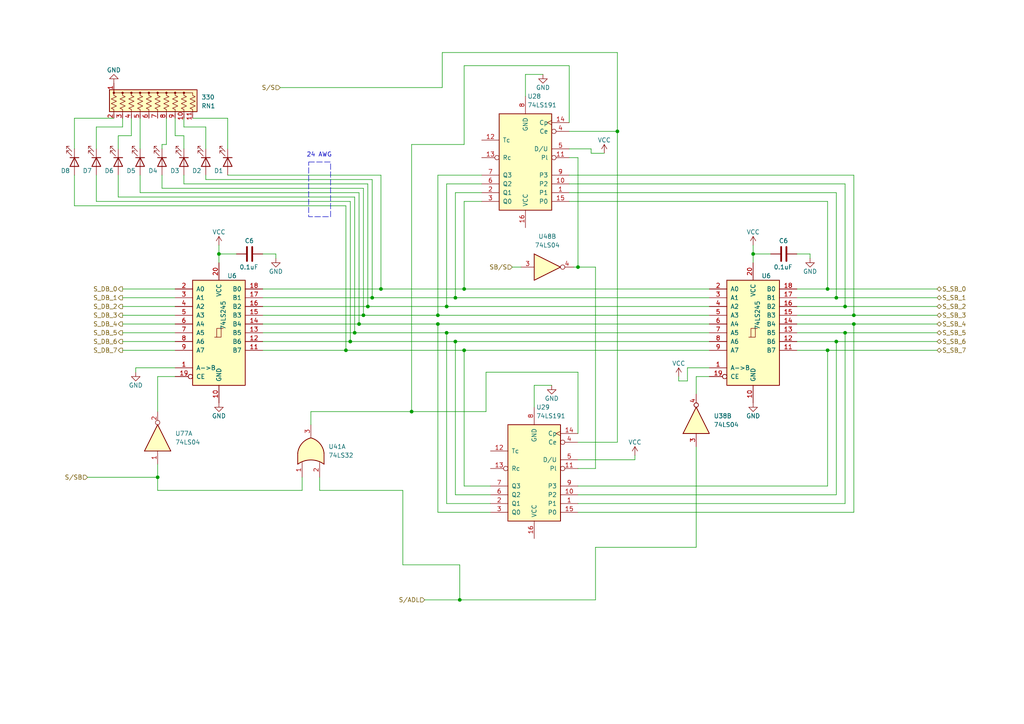
<source format=kicad_sch>
(kicad_sch (version 20230121) (generator eeschema)
  (paper "A4")
  (lib_symbols
    (symbol "74xx:74LS04"
      (property "Reference" "U" (at 0 1.27 0))
      (property "Value" "74LS04" (at 0 -1.27 0))
      (symbol "74LS04_1_0"
        (polyline (pts (xy -3.81 3.81) (xy -3.81 -3.81) (xy 3.81 0) (xy -3.81 3.81)) (stroke (width 0.254)) (fill (type background)))
        (pin input line (at -7.62 0 0) (length 3.81) (name "~") (number "1"))
        (pin output inverted (at 7.62 0 180) (length 3.81) (name "~") (number "2"))
      )
      (symbol "74LS04_2_0"
        (polyline (pts (xy -3.81 3.81) (xy -3.81 -3.81) (xy 3.81 0) (xy -3.81 3.81)) (stroke (width 0.254)) (fill (type background)))
        (pin input line (at -7.62 0 0) (length 3.81) (name "~") (number "3"))
        (pin output inverted (at 7.62 0 180) (length 3.81) (name "~") (number "4"))
      )
      (symbol "74LS04_3_0"
        (polyline (pts (xy -3.81 3.81) (xy -3.81 -3.81) (xy 3.81 0) (xy -3.81 3.81)) (stroke (width 0.254)) (fill (type background)))
        (pin input line (at -7.62 0 0) (length 3.81) (name "~") (number "5"))
        (pin output inverted (at 7.62 0 180) (length 3.81) (name "~") (number "6"))
      )
      (symbol "74LS04_4_0"
        (polyline (pts (xy -3.81 3.81) (xy -3.81 -3.81) (xy 3.81 0) (xy -3.81 3.81)) (stroke (width 0.254)) (fill (type background)))
        (pin output inverted (at 7.62 0 180) (length 3.81) (name "~") (number "8"))
        (pin input line (at -7.62 0 0) (length 3.81) (name "~") (number "9"))
      )
      (symbol "74LS04_5_0"
        (polyline (pts (xy -3.81 3.81) (xy -3.81 -3.81) (xy 3.81 0) (xy -3.81 3.81)) (stroke (width 0.254)) (fill (type background)))
        (pin output inverted (at 7.62 0 180) (length 3.81) (name "~") (number "10"))
        (pin input line (at -7.62 0 0) (length 3.81) (name "~") (number "11"))
      )
      (symbol "74LS04_6_0"
        (polyline (pts (xy -3.81 3.81) (xy -3.81 -3.81) (xy 3.81 0) (xy -3.81 3.81)) (stroke (width 0.254)) (fill (type background)))
        (pin output inverted (at 7.62 0 180) (length 3.81) (name "~") (number "12"))
        (pin input line (at -7.62 0 0) (length 3.81) (name "~") (number "13"))
      )
      (symbol "74LS04_7_0"
        (pin power_in line (at 0 12.7 270) (length 5.08) (name "VCC") (number "14"))
        (pin power_in line (at 0 -12.7 90) (length 5.08) (name "GND") (number "7"))
      )
      (symbol "74LS04_7_1"
        (rectangle (start -5.08 7.62) (end 5.08 -7.62) (stroke (width 0.254)) (fill (type background)))
      )
    )
    (symbol "74xx:74LS191" (pin_names (offset 1.016))
      (property "Reference" "U" (at -7.62 13.97 0))
      (property "Value" "74LS191" (at -7.62 -16.51 0))
      (symbol "74LS191_1_0"
        (pin input line (at -12.7 7.62 0) (length 5.08) (name "P1") (number "1"))
        (pin input line (at -12.7 5.08 0) (length 5.08) (name "P2") (number "10"))
        (pin input inverted (at -12.7 -2.54 0) (length 5.08) (name "Pl") (number "11"))
        (pin output line (at 12.7 -7.62 180) (length 5.08) (name "Tc") (number "12"))
        (pin output inverted (at 12.7 -2.54 180) (length 5.08) (name "Rc") (number "13"))
        (pin input clock (at -12.7 -12.7 0) (length 5.08) (name "Cp") (number "14"))
        (pin input line (at -12.7 10.16 0) (length 5.08) (name "P0") (number "15"))
        (pin power_in line (at 0 17.78 270) (length 5.08) (name "VCC") (number "16"))
        (pin output line (at 12.7 7.62 180) (length 5.08) (name "Q1") (number "2"))
        (pin output line (at 12.7 10.16 180) (length 5.08) (name "Q0") (number "3"))
        (pin input inverted (at -12.7 -10.16 0) (length 5.08) (name "Ce") (number "4"))
        (pin input line (at -12.7 -5.08 0) (length 5.08) (name "D/U") (number "5"))
        (pin output line (at 12.7 5.08 180) (length 5.08) (name "Q2") (number "6"))
        (pin output line (at 12.7 2.54 180) (length 5.08) (name "Q3") (number "7"))
        (pin power_in line (at 0 -20.32 90) (length 5.08) (name "GND") (number "8"))
        (pin input line (at -12.7 2.54 0) (length 5.08) (name "P3") (number "9"))
      )
      (symbol "74LS191_1_1"
        (rectangle (start -7.62 12.7) (end 7.62 -15.24) (stroke (width 0.254)) (fill (type background)))
      )
    )
    (symbol "74xx:74LS245" (pin_names (offset 1.016))
      (property "Reference" "U" (at -7.62 16.51 0))
      (property "Value" "74LS245" (at -7.62 -16.51 0))
      (symbol "74LS245_1_0"
        (polyline (pts (xy -0.635 -1.27) (xy -0.635 1.27) (xy 0.635 1.27)))
        (polyline (pts (xy -1.27 -1.27) (xy 0.635 -1.27) (xy 0.635 1.27) (xy 1.27 1.27)))
        (pin input line (at -12.7 -10.16 0) (length 5.08) (name "A->B") (number "1"))
        (pin power_in line (at 0 -20.32 90) (length 5.08) (name "GND") (number "10"))
        (pin tri_state line (at 12.7 -5.08 180) (length 5.08) (name "B7") (number "11"))
        (pin tri_state line (at 12.7 -2.54 180) (length 5.08) (name "B6") (number "12"))
        (pin tri_state line (at 12.7 0 180) (length 5.08) (name "B5") (number "13"))
        (pin tri_state line (at 12.7 2.54 180) (length 5.08) (name "B4") (number "14"))
        (pin tri_state line (at 12.7 5.08 180) (length 5.08) (name "B3") (number "15"))
        (pin tri_state line (at 12.7 7.62 180) (length 5.08) (name "B2") (number "16"))
        (pin tri_state line (at 12.7 10.16 180) (length 5.08) (name "B1") (number "17"))
        (pin tri_state line (at 12.7 12.7 180) (length 5.08) (name "B0") (number "18"))
        (pin input inverted (at -12.7 -12.7 0) (length 5.08) (name "CE") (number "19"))
        (pin tri_state line (at -12.7 12.7 0) (length 5.08) (name "A0") (number "2"))
        (pin power_in line (at 0 20.32 270) (length 5.08) (name "VCC") (number "20"))
        (pin tri_state line (at -12.7 10.16 0) (length 5.08) (name "A1") (number "3"))
        (pin tri_state line (at -12.7 7.62 0) (length 5.08) (name "A2") (number "4"))
        (pin tri_state line (at -12.7 5.08 0) (length 5.08) (name "A3") (number "5"))
        (pin tri_state line (at -12.7 2.54 0) (length 5.08) (name "A4") (number "6"))
        (pin tri_state line (at -12.7 0 0) (length 5.08) (name "A5") (number "7"))
        (pin tri_state line (at -12.7 -2.54 0) (length 5.08) (name "A6") (number "8"))
        (pin tri_state line (at -12.7 -5.08 0) (length 5.08) (name "A7") (number "9"))
      )
      (symbol "74LS245_1_1"
        (rectangle (start -7.62 15.24) (end 7.62 -15.24) (stroke (width 0.254)) (fill (type background)))
      )
    )
    (symbol "74xx:74LS32" (pin_names (offset 1.016))
      (property "Reference" "U" (at 0 1.27 0))
      (property "Value" "74LS32" (at 0 -1.27 0))
      (symbol "74LS32_1_1"
        (arc (start -3.81 -3.81) (mid -2.589 0) (end -3.81 3.81) (stroke (width 0.254)))
        (arc (start -0.6096 -3.81) (mid 2.1842 -2.5851) (end 3.81 0) (stroke (width 0.254)) (fill (type background)))
        (polyline (pts (xy -3.81 -3.81) (xy -0.635 -3.81)) (stroke (width 0.254)) (fill (type background)))
        (polyline (pts (xy -3.81 3.81) (xy -0.635 3.81)) (stroke (width 0.254)) (fill (type background)))
        (polyline (pts (xy -0.635 3.81) (xy -3.81 3.81) (xy -3.81 3.81) (xy -3.556 3.4036) (xy -3.0226 2.2606) (xy -2.6924 1.0414) (xy -2.6162 -0.254) (xy -2.7686 -1.4986) (xy -3.175 -2.7178) (xy -3.81 -3.81) (xy -3.81 -3.81) (xy -0.635 -3.81)) (stroke (width -25.4)) (fill (type background)))
        (arc (start 3.81 0) (mid 2.1915 2.5936) (end -0.6096 3.81) (stroke (width 0.254)) (fill (type background)))
        (pin input line (at -7.62 2.54 0) (length 4.318) (name "~") (number "1"))
        (pin input line (at -7.62 -2.54 0) (length 4.318) (name "~") (number "2"))
        (pin output line (at 7.62 0 180) (length 3.81) (name "~") (number "3"))
      )
      (symbol "74LS32_1_2"
        (arc (start 0 -3.81) (mid 3.7934 0) (end 0 3.81) (stroke (width 0.254)) (fill (type background)))
        (polyline (pts (xy 0 3.81) (xy -3.81 3.81) (xy -3.81 -3.81) (xy 0 -3.81)) (stroke (width 0.254)) (fill (type background)))
        (pin input inverted (at -7.62 2.54 0) (length 3.81) (name "~") (number "1"))
        (pin input inverted (at -7.62 -2.54 0) (length 3.81) (name "~") (number "2"))
        (pin output inverted (at 7.62 0 180) (length 3.81) (name "~") (number "3"))
      )
      (symbol "74LS32_2_1"
        (arc (start -3.81 -3.81) (mid -2.589 0) (end -3.81 3.81) (stroke (width 0.254)))
        (arc (start -0.6096 -3.81) (mid 2.1842 -2.5851) (end 3.81 0) (stroke (width 0.254)) (fill (type background)))
        (polyline (pts (xy -3.81 -3.81) (xy -0.635 -3.81)) (stroke (width 0.254)) (fill (type background)))
        (polyline (pts (xy -3.81 3.81) (xy -0.635 3.81)) (stroke (width 0.254)) (fill (type background)))
        (polyline (pts (xy -0.635 3.81) (xy -3.81 3.81) (xy -3.81 3.81) (xy -3.556 3.4036) (xy -3.0226 2.2606) (xy -2.6924 1.0414) (xy -2.6162 -0.254) (xy -2.7686 -1.4986) (xy -3.175 -2.7178) (xy -3.81 -3.81) (xy -3.81 -3.81) (xy -0.635 -3.81)) (stroke (width -25.4)) (fill (type background)))
        (arc (start 3.81 0) (mid 2.1915 2.5936) (end -0.6096 3.81) (stroke (width 0.254)) (fill (type background)))
        (pin input line (at -7.62 2.54 0) (length 4.318) (name "~") (number "4"))
        (pin input line (at -7.62 -2.54 0) (length 4.318) (name "~") (number "5"))
        (pin output line (at 7.62 0 180) (length 3.81) (name "~") (number "6"))
      )
      (symbol "74LS32_2_2"
        (arc (start 0 -3.81) (mid 3.7934 0) (end 0 3.81) (stroke (width 0.254)) (fill (type background)))
        (polyline (pts (xy 0 3.81) (xy -3.81 3.81) (xy -3.81 -3.81) (xy 0 -3.81)) (stroke (width 0.254)) (fill (type background)))
        (pin input inverted (at -7.62 2.54 0) (length 3.81) (name "~") (number "4"))
        (pin input inverted (at -7.62 -2.54 0) (length 3.81) (name "~") (number "5"))
        (pin output inverted (at 7.62 0 180) (length 3.81) (name "~") (number "6"))
      )
      (symbol "74LS32_3_1"
        (arc (start -3.81 -3.81) (mid -2.589 0) (end -3.81 3.81) (stroke (width 0.254)))
        (arc (start -0.6096 -3.81) (mid 2.1842 -2.5851) (end 3.81 0) (stroke (width 0.254)) (fill (type background)))
        (polyline (pts (xy -3.81 -3.81) (xy -0.635 -3.81)) (stroke (width 0.254)) (fill (type background)))
        (polyline (pts (xy -3.81 3.81) (xy -0.635 3.81)) (stroke (width 0.254)) (fill (type background)))
        (polyline (pts (xy -0.635 3.81) (xy -3.81 3.81) (xy -3.81 3.81) (xy -3.556 3.4036) (xy -3.0226 2.2606) (xy -2.6924 1.0414) (xy -2.6162 -0.254) (xy -2.7686 -1.4986) (xy -3.175 -2.7178) (xy -3.81 -3.81) (xy -3.81 -3.81) (xy -0.635 -3.81)) (stroke (width -25.4)) (fill (type background)))
        (arc (start 3.81 0) (mid 2.1915 2.5936) (end -0.6096 3.81) (stroke (width 0.254)) (fill (type background)))
        (pin input line (at -7.62 -2.54 0) (length 4.318) (name "~") (number "10"))
        (pin output line (at 7.62 0 180) (length 3.81) (name "~") (number "8"))
        (pin input line (at -7.62 2.54 0) (length 4.318) (name "~") (number "9"))
      )
      (symbol "74LS32_3_2"
        (arc (start 0 -3.81) (mid 3.7934 0) (end 0 3.81) (stroke (width 0.254)) (fill (type background)))
        (polyline (pts (xy 0 3.81) (xy -3.81 3.81) (xy -3.81 -3.81) (xy 0 -3.81)) (stroke (width 0.254)) (fill (type background)))
        (pin input inverted (at -7.62 -2.54 0) (length 3.81) (name "~") (number "10"))
        (pin output inverted (at 7.62 0 180) (length 3.81) (name "~") (number "8"))
        (pin input inverted (at -7.62 2.54 0) (length 3.81) (name "~") (number "9"))
      )
      (symbol "74LS32_4_1"
        (arc (start -3.81 -3.81) (mid -2.589 0) (end -3.81 3.81) (stroke (width 0.254)))
        (arc (start -0.6096 -3.81) (mid 2.1842 -2.5851) (end 3.81 0) (stroke (width 0.254)) (fill (type background)))
        (polyline (pts (xy -3.81 -3.81) (xy -0.635 -3.81)) (stroke (width 0.254)) (fill (type background)))
        (polyline (pts (xy -3.81 3.81) (xy -0.635 3.81)) (stroke (width 0.254)) (fill (type background)))
        (polyline (pts (xy -0.635 3.81) (xy -3.81 3.81) (xy -3.81 3.81) (xy -3.556 3.4036) (xy -3.0226 2.2606) (xy -2.6924 1.0414) (xy -2.6162 -0.254) (xy -2.7686 -1.4986) (xy -3.175 -2.7178) (xy -3.81 -3.81) (xy -3.81 -3.81) (xy -0.635 -3.81)) (stroke (width -25.4)) (fill (type background)))
        (arc (start 3.81 0) (mid 2.1915 2.5936) (end -0.6096 3.81) (stroke (width 0.254)) (fill (type background)))
        (pin output line (at 7.62 0 180) (length 3.81) (name "~") (number "11"))
        (pin input line (at -7.62 2.54 0) (length 4.318) (name "~") (number "12"))
        (pin input line (at -7.62 -2.54 0) (length 4.318) (name "~") (number "13"))
      )
      (symbol "74LS32_4_2"
        (arc (start 0 -3.81) (mid 3.7934 0) (end 0 3.81) (stroke (width 0.254)) (fill (type background)))
        (polyline (pts (xy 0 3.81) (xy -3.81 3.81) (xy -3.81 -3.81) (xy 0 -3.81)) (stroke (width 0.254)) (fill (type background)))
        (pin output inverted (at 7.62 0 180) (length 3.81) (name "~") (number "11"))
        (pin input inverted (at -7.62 2.54 0) (length 3.81) (name "~") (number "12"))
        (pin input inverted (at -7.62 -2.54 0) (length 3.81) (name "~") (number "13"))
      )
      (symbol "74LS32_5_0"
        (pin power_in line (at 0 12.7 270) (length 5.08) (name "VCC") (number "14"))
        (pin power_in line (at 0 -12.7 90) (length 5.08) (name "GND") (number "7"))
      )
      (symbol "74LS32_5_1"
        (rectangle (start -5.08 7.62) (end 5.08 -7.62) (stroke (width 0.254)) (fill (type background)))
      )
    )
    (symbol "Device:C" (pin_numbers hide) (pin_names (offset 0.254))
      (property "Reference" "C" (at 0.635 2.54 0))
      (property "Value" "C" (at 0.635 -2.54 0))
      (symbol "C_0_1"
        (polyline (pts (xy -2.032 -0.762) (xy 2.032 -0.762)) (stroke (width 0.508)))
        (polyline (pts (xy -2.032 0.762) (xy 2.032 0.762)) (stroke (width 0.508)))
      )
      (symbol "C_1_1"
        (pin passive line (at 0 3.81 270) (length 2.794) (name "~") (number "1"))
        (pin passive line (at 0 -3.81 90) (length 2.794) (name "~") (number "2"))
      )
    )
    (symbol "Device:LED" (pin_numbers hide) (pin_names (offset 1.016) hide)
      (property "Reference" "D" (at 0 2.54 0))
      (property "Value" "LED" (at 0 -2.54 0))
      (symbol "LED_0_1"
        (polyline (pts (xy -1.27 -1.27) (xy -1.27 1.27)) (stroke (width 0.254)))
        (polyline (pts (xy -1.27 0) (xy 1.27 0)))
        (polyline (pts (xy 1.27 -1.27) (xy 1.27 1.27) (xy -1.27 0) (xy 1.27 -1.27)) (stroke (width 0.254)))
        (polyline (pts (xy -3.048 -0.762) (xy -4.572 -2.286) (xy -3.81 -2.286) (xy -4.572 -2.286) (xy -4.572 -1.524)))
        (polyline (pts (xy -1.778 -0.762) (xy -3.302 -2.286) (xy -2.54 -2.286) (xy -3.302 -2.286) (xy -3.302 -1.524)))
      )
      (symbol "LED_1_1"
        (pin passive line (at -3.81 0 0) (length 2.54) (name "K") (number "1"))
        (pin passive line (at 3.81 0 180) (length 2.54) (name "A") (number "2"))
      )
    )
    (symbol "Device:R_Network10_US" (pin_names (offset 0) hide)
      (property "Reference" "RN" (at -15.24 0 90))
      (property "Value" "R_Network10_US" (at 12.7 0 90))
      (symbol "R_Network10_US_0_1"
        (rectangle (start -13.97 -3.175) (end 11.43 3.175) (stroke (width 0.254)) (fill (type background)))
        (circle (center -12.7 2.286) (radius 0.254) (fill (type outline)))
        (circle (center -10.16 2.286) (radius 0.254) (fill (type outline)))
        (circle (center -7.62 2.286) (radius 0.254) (fill (type outline)))
        (circle (center -5.08 2.286) (radius 0.254) (fill (type outline)))
        (circle (center -2.54 2.286) (radius 0.254) (fill (type outline)))
        (polyline (pts (xy -12.7 2.286) (xy 10.16 2.286)))
        (polyline (pts (xy -12.7 2.286) (xy -12.7 1.524) (xy -11.938 1.1684) (xy -13.462 0.508) (xy -11.938 -0.1524) (xy -13.462 -0.8382) (xy -11.938 -1.524) (xy -13.462 -2.1844) (xy -12.7 -2.54) (xy -12.7 -3.81)))
        (polyline (pts (xy -10.16 2.286) (xy -10.16 1.524) (xy -9.398 1.1684) (xy -10.922 0.508) (xy -9.398 -0.1524) (xy -10.922 -0.8382) (xy -9.398 -1.524) (xy -10.922 -2.1844) (xy -10.16 -2.54) (xy -10.16 -3.81)))
        (polyline (pts (xy -7.62 2.286) (xy -7.62 1.524) (xy -6.858 1.1684) (xy -8.382 0.508) (xy -6.858 -0.1524) (xy -8.382 -0.8382) (xy -6.858 -1.524) (xy -8.382 -2.1844) (xy -7.62 -2.54) (xy -7.62 -3.81)))
        (polyline (pts (xy -5.08 2.286) (xy -5.08 1.524) (xy -4.318 1.1684) (xy -5.842 0.508) (xy -4.318 -0.1524) (xy -5.842 -0.8382) (xy -4.318 -1.524) (xy -5.842 -2.1844) (xy -5.08 -2.54) (xy -5.08 -3.81)))
        (polyline (pts (xy -2.54 2.286) (xy -2.54 1.524) (xy -1.778 1.1684) (xy -3.302 0.508) (xy -1.778 -0.1524) (xy -3.302 -0.8382) (xy -1.778 -1.524) (xy -3.302 -2.1844) (xy -2.54 -2.54) (xy -2.54 -3.81)))
        (polyline (pts (xy 0 2.286) (xy 0 1.524) (xy 0.762 1.1684) (xy -0.762 0.508) (xy 0.762 -0.1524) (xy -0.762 -0.8382) (xy 0.762 -1.524) (xy -0.762 -2.1844) (xy 0 -2.54) (xy 0 -3.81)))
        (polyline (pts (xy 2.54 2.286) (xy 2.54 1.524) (xy 3.302 1.1684) (xy 1.778 0.508) (xy 3.302 -0.1524) (xy 1.778 -0.8382) (xy 3.302 -1.524) (xy 1.778 -2.1844) (xy 2.54 -2.54) (xy 2.54 -3.81)))
        (polyline (pts (xy 5.08 2.286) (xy 5.08 1.524) (xy 5.842 1.1684) (xy 4.318 0.508) (xy 5.842 -0.1524) (xy 4.318 -0.8382) (xy 5.842 -1.524) (xy 4.318 -2.1844) (xy 5.08 -2.54) (xy 5.08 -3.81)))
        (polyline (pts (xy 7.62 2.286) (xy 7.62 1.524) (xy 8.382 1.1684) (xy 6.858 0.508) (xy 8.382 -0.1524) (xy 6.858 -0.8382) (xy 8.382 -1.524) (xy 6.858 -2.1844) (xy 7.62 -2.54) (xy 7.62 -3.81)))
        (polyline (pts (xy 10.16 2.286) (xy 10.16 1.524) (xy 10.922 1.1684) (xy 9.398 0.508) (xy 10.922 -0.1524) (xy 9.398 -0.8382) (xy 10.922 -1.524) (xy 9.398 -2.1844) (xy 10.16 -2.54) (xy 10.16 -3.81)))
        (circle (center 0 2.286) (radius 0.254) (fill (type outline)))
        (circle (center 2.54 2.286) (radius 0.254) (fill (type outline)))
        (circle (center 5.08 2.286) (radius 0.254) (fill (type outline)))
        (circle (center 7.62 2.286) (radius 0.254) (fill (type outline)))
      )
      (symbol "R_Network10_US_1_1"
        (pin passive line (at -12.7 5.08 270) (length 2.54) (name "common") (number "1"))
        (pin passive line (at 7.62 -5.08 90) (length 1.27) (name "R9") (number "10"))
        (pin passive line (at 10.16 -5.08 90) (length 1.27) (name "R10") (number "11"))
        (pin passive line (at -12.7 -5.08 90) (length 1.27) (name "R1") (number "2"))
        (pin passive line (at -10.16 -5.08 90) (length 1.27) (name "R2") (number "3"))
        (pin passive line (at -7.62 -5.08 90) (length 1.27) (name "R3") (number "4"))
        (pin passive line (at -5.08 -5.08 90) (length 1.27) (name "R4") (number "5"))
        (pin passive line (at -2.54 -5.08 90) (length 1.27) (name "R5") (number "6"))
        (pin passive line (at 0 -5.08 90) (length 1.27) (name "R6") (number "7"))
        (pin passive line (at 2.54 -5.08 90) (length 1.27) (name "R7") (number "8"))
        (pin passive line (at 5.08 -5.08 90) (length 1.27) (name "R8") (number "9"))
      )
    )
    (symbol "power:GND" (power) (pin_names (offset 0))
      (property "Value" "GND" (at 0 -3.81 0))
      (symbol "GND_0_1"
        (polyline (pts (xy 0 0) (xy 0 -1.27) (xy 1.27 -1.27) (xy 0 -2.54) (xy -1.27 -1.27) (xy 0 -1.27)))
      )
      (symbol "GND_1_1"
        (pin power_in line (at 0 0 270) (length 0) hide (name "GND") (number "1"))
      )
    )
    (symbol "power:VCC" (power) (pin_names (offset 0))
      (property "Value" "VCC" (at 0 3.81 0))
      (symbol "VCC_0_1"
        (polyline (pts (xy -0.762 1.27) (xy 0 2.54)))
        (polyline (pts (xy 0 0) (xy 0 2.54)))
        (polyline (pts (xy 0 2.54) (xy 0.762 1.27)))
      )
      (symbol "VCC_1_1"
        (pin power_in line (at 0 0 90) (length 0) hide (name "VCC") (number "1"))
      )
    )
  )
  (junction (at 127 91.44))
  (junction (at 119.38 119.38))
  (junction (at 110.49 83.82))
  (junction (at 104.14 93.98))
  (junction (at 134.62 101.6))
  (junction (at 107.95 86.36))
  (junction (at 179.07 38.1))
  (junction (at 100.33 101.6))
  (junction (at 218.44 73.66))
  (junction (at 132.08 86.36))
  (junction (at 240.03 101.6))
  (junction (at 63.5 73.66))
  (junction (at 129.54 88.9))
  (junction (at 242.57 86.36))
  (junction (at 167.64 77.47))
  (junction (at 102.87 96.52))
  (junction (at 133.35 173.99))
  (junction (at 106.68 88.9))
  (junction (at 101.6 99.06))
  (junction (at 247.65 91.44))
  (junction (at 127 93.98))
  (junction (at 105.41 91.44))
  (junction (at 247.65 93.98))
  (junction (at 129.54 96.52))
  (junction (at 132.08 99.06))
  (junction (at 245.11 88.9))
  (junction (at 242.57 99.06))
  (junction (at 134.62 83.82))
  (junction (at 245.11 96.52))
  (junction (at 45.72 138.43))
  (junction (at 240.03 83.82))
  (wire (pts (xy 35.56 101.6) (xy 50.8 101.6)))
  (wire (pts (xy 76.2 93.98) (xy 104.14 93.98)))
  (wire (pts (xy 132.08 86.36) (xy 205.74 86.36)))
  (wire (pts (xy 63.5 73.66) (xy 63.5 76.2)))
  (wire (pts (xy 167.64 148.59) (xy 247.65 148.59)))
  (wire (pts (xy 34.29 39.37) (xy 34.29 43.18)))
  (wire (pts (xy 21.59 34.29) (xy 21.59 43.18)))
  (wire (pts (xy 139.7 50.8) (xy 127 50.8)))
  (wire (pts (xy 196.85 109.22) (xy 196.85 110.49)))
  (wire (pts (xy 46.99 50.8) (xy 46.99 54.61)))
  (wire (pts (xy 76.2 86.36) (xy 107.95 86.36)))
  (wire (pts (xy 139.7 55.88) (xy 132.08 55.88)))
  (wire (pts (xy 240.03 101.6) (xy 271.78 101.6)))
  (wire (pts (xy 231.14 88.9) (xy 245.11 88.9)))
  (wire (pts (xy 102.87 57.15) (xy 102.87 96.52)))
  (wire (pts (xy 21.59 50.8) (xy 21.59 59.69)))
  (wire (pts (xy 21.59 59.69) (xy 100.33 59.69)))
  (wire (pts (xy 76.2 83.82) (xy 110.49 83.82)))
  (wire (pts (xy 245.11 53.34) (xy 245.11 88.9)))
  (wire (pts (xy 231.14 86.36) (xy 242.57 86.36)))
  (wire (pts (xy 199.39 106.68) (xy 205.74 106.68)))
  (wire (pts (xy 106.68 53.34) (xy 106.68 88.9)))
  (wire (pts (xy 50.8 34.29) (xy 50.8 39.37)))
  (wire (pts (xy 139.7 53.34) (xy 129.54 53.34)))
  (wire (pts (xy 92.71 138.43) (xy 92.71 142.24)))
  (wire (pts (xy 231.14 96.52) (xy 245.11 96.52)))
  (wire (pts (xy 76.2 91.44) (xy 105.41 91.44)))
  (wire (pts (xy 34.29 50.8) (xy 34.29 57.15)))
  (wire (pts (xy 157.48 21.59) (xy 152.4 21.59)))
  (wire (pts (xy 101.6 99.06) (xy 132.08 99.06)))
  (wire (pts (xy 167.64 45.72) (xy 165.1 45.72)))
  (wire (pts (xy 165.1 19.05) (xy 134.62 19.05)))
  (wire (pts (xy 35.56 83.82) (xy 50.8 83.82)))
  (wire (pts (xy 27.94 50.8) (xy 27.94 58.42)))
  (wire (pts (xy 53.34 53.34) (xy 106.68 53.34)))
  (wire (pts (xy 34.29 57.15) (xy 102.87 57.15)))
  (wire (pts (xy 101.6 58.42) (xy 101.6 99.06)))
  (wire (pts (xy 247.65 50.8) (xy 247.65 91.44)))
  (wire (pts (xy 53.34 39.37) (xy 53.34 43.18)))
  (wire (pts (xy 142.24 140.97) (xy 134.62 140.97)))
  (wire (pts (xy 247.65 91.44) (xy 271.78 91.44)))
  (wire (pts (xy 107.95 86.36) (xy 132.08 86.36)))
  (wire (pts (xy 167.64 140.97) (xy 240.03 140.97)))
  (wire (pts (xy 59.69 52.07) (xy 107.95 52.07)))
  (wire (pts (xy 27.94 36.83) (xy 27.94 43.18)))
  (wire (pts (xy 59.69 50.8) (xy 59.69 52.07)))
  (wire (pts (xy 199.39 110.49) (xy 199.39 106.68)))
  (wire (pts (xy 179.07 38.1) (xy 179.07 128.27)))
  (wire (pts (xy 231.14 93.98) (xy 247.65 93.98)))
  (wire (pts (xy 201.93 109.22) (xy 205.74 109.22)))
  (wire (pts (xy 128.27 15.24) (xy 179.07 15.24)))
  (wire (pts (xy 152.4 21.59) (xy 152.4 27.94)))
  (wire (pts (xy 123.19 173.99) (xy 133.35 173.99)))
  (wire (pts (xy 142.24 148.59) (xy 127 148.59)))
  (wire (pts (xy 218.44 73.66) (xy 223.52 73.66)))
  (wire (pts (xy 39.37 107.95) (xy 39.37 106.68)))
  (wire (pts (xy 38.1 39.37) (xy 34.29 39.37)))
  (wire (pts (xy 134.62 101.6) (xy 205.74 101.6)))
  (wire (pts (xy 63.5 71.12) (xy 63.5 73.66)))
  (wire (pts (xy 53.34 36.83) (xy 59.69 36.83)))
  (wire (pts (xy 172.72 173.99) (xy 172.72 158.75)))
  (wire (pts (xy 231.14 101.6) (xy 240.03 101.6)))
  (wire (pts (xy 134.62 83.82) (xy 205.74 83.82)))
  (wire (pts (xy 102.87 96.52) (xy 129.54 96.52)))
  (wire (pts (xy 129.54 88.9) (xy 205.74 88.9)))
  (wire (pts (xy 218.44 73.66) (xy 218.44 76.2)))
  (wire (pts (xy 35.56 36.83) (xy 35.56 34.29)))
  (wire (pts (xy 166.37 77.47) (xy 167.64 77.47)))
  (wire (pts (xy 231.14 83.82) (xy 240.03 83.82)))
  (wire (pts (xy 76.2 73.66) (xy 80.01 73.66)))
  (wire (pts (xy 165.1 55.88) (xy 242.57 55.88)))
  (wire (pts (xy 234.95 73.66) (xy 234.95 74.93)))
  (wire (pts (xy 45.72 109.22) (xy 50.8 109.22)))
  (wire (pts (xy 27.94 58.42) (xy 101.6 58.42)))
  (wire (pts (xy 63.5 73.66) (xy 68.58 73.66)))
  (wire (pts (xy 66.04 34.29) (xy 66.04 43.18)))
  (wire (pts (xy 127 148.59) (xy 127 93.98)))
  (wire (pts (xy 240.03 58.42) (xy 240.03 83.82)))
  (wire (pts (xy 35.56 96.52) (xy 50.8 96.52)))
  (wire (pts (xy 53.34 36.83) (xy 53.34 34.29)))
  (wire (pts (xy 148.59 77.47) (xy 151.13 77.47)))
  (wire (pts (xy 40.64 50.8) (xy 40.64 55.88)))
  (wire (pts (xy 167.64 135.89) (xy 172.72 135.89)))
  (wire (pts (xy 142.24 146.05) (xy 129.54 146.05)))
  (wire (pts (xy 132.08 143.51) (xy 132.08 99.06)))
  (wire (pts (xy 165.1 58.42) (xy 240.03 58.42)))
  (wire (pts (xy 76.2 101.6) (xy 100.33 101.6)))
  (wire (pts (xy 167.64 77.47) (xy 167.64 45.72)))
  (wire (pts (xy 45.72 142.24) (xy 45.72 138.43)))
  (wire (pts (xy 35.56 93.98) (xy 50.8 93.98)))
  (wire (pts (xy 116.84 163.83) (xy 133.35 163.83)))
  (wire (pts (xy 107.95 52.07) (xy 107.95 86.36)))
  (wire (pts (xy 231.14 91.44) (xy 247.65 91.44)))
  (wire (pts (xy 165.1 35.56) (xy 165.1 19.05)))
  (wire (pts (xy 154.94 111.76) (xy 154.94 118.11)))
  (wire (pts (xy 45.72 119.38) (xy 45.72 109.22)))
  (wire (pts (xy 140.97 119.38) (xy 140.97 107.95)))
  (wire (pts (xy 240.03 140.97) (xy 240.03 101.6)))
  (wire (pts (xy 165.1 53.34) (xy 245.11 53.34)))
  (wire (pts (xy 66.04 50.8) (xy 110.49 50.8)))
  (wire (pts (xy 133.35 173.99) (xy 172.72 173.99)))
  (wire (pts (xy 245.11 146.05) (xy 245.11 96.52)))
  (wire (pts (xy 129.54 96.52) (xy 205.74 96.52)))
  (wire (pts (xy 35.56 86.36) (xy 50.8 86.36)))
  (wire (pts (xy 242.57 143.51) (xy 242.57 99.06)))
  (wire (pts (xy 48.26 34.29) (xy 48.26 41.91)))
  (wire (pts (xy 110.49 83.82) (xy 134.62 83.82)))
  (wire (pts (xy 165.1 38.1) (xy 179.07 38.1)))
  (wire (pts (xy 92.71 142.24) (xy 116.84 142.24)))
  (wire (pts (xy 167.64 107.95) (xy 167.64 125.73)))
  (wire (pts (xy 106.68 88.9) (xy 129.54 88.9)))
  (wire (pts (xy 100.33 101.6) (xy 134.62 101.6)))
  (wire (pts (xy 172.72 135.89) (xy 172.72 77.47)))
  (wire (pts (xy 247.65 148.59) (xy 247.65 93.98)))
  (wire (pts (xy 46.99 41.91) (xy 46.99 43.18)))
  (wire (pts (xy 240.03 83.82) (xy 271.78 83.82)))
  (wire (pts (xy 25.4 138.43) (xy 45.72 138.43)))
  (wire (pts (xy 104.14 93.98) (xy 127 93.98)))
  (wire (pts (xy 142.24 143.51) (xy 132.08 143.51)))
  (wire (pts (xy 119.38 41.91) (xy 119.38 119.38)))
  (wire (pts (xy 127 91.44) (xy 205.74 91.44)))
  (wire (pts (xy 80.01 73.66) (xy 80.01 74.93)))
  (wire (pts (xy 35.56 99.06) (xy 50.8 99.06)))
  (wire (pts (xy 105.41 91.44) (xy 127 91.44)))
  (wire (pts (xy 105.41 54.61) (xy 105.41 91.44)))
  (wire (pts (xy 167.64 128.27) (xy 179.07 128.27)))
  (wire (pts (xy 76.2 88.9) (xy 106.68 88.9)))
  (wire (pts (xy 247.65 93.98) (xy 271.78 93.98)))
  (wire (pts (xy 132.08 55.88) (xy 132.08 86.36)))
  (wire (pts (xy 87.63 138.43) (xy 87.63 142.24)))
  (wire (pts (xy 201.93 158.75) (xy 201.93 129.54)))
  (wire (pts (xy 171.45 43.18) (xy 171.45 44.45)))
  (wire (pts (xy 127 50.8) (xy 127 91.44)))
  (wire (pts (xy 242.57 99.06) (xy 271.78 99.06)))
  (wire (pts (xy 40.64 43.18) (xy 40.64 34.29)))
  (wire (pts (xy 127 93.98) (xy 205.74 93.98)))
  (wire (pts (xy 172.72 158.75) (xy 201.93 158.75)))
  (wire (pts (xy 171.45 44.45) (xy 175.26 44.45)))
  (wire (pts (xy 134.62 19.05) (xy 134.62 41.91)))
  (wire (pts (xy 134.62 41.91) (xy 119.38 41.91)))
  (wire (pts (xy 201.93 114.3) (xy 201.93 109.22)))
  (wire (pts (xy 167.64 133.35) (xy 184.15 133.35)))
  (wire (pts (xy 134.62 140.97) (xy 134.62 101.6)))
  (wire (pts (xy 110.49 50.8) (xy 110.49 83.82)))
  (wire (pts (xy 184.15 133.35) (xy 184.15 132.08)))
  (wire (pts (xy 35.56 91.44) (xy 50.8 91.44)))
  (wire (pts (xy 129.54 146.05) (xy 129.54 96.52)))
  (wire (pts (xy 242.57 86.36) (xy 271.78 86.36)))
  (wire (pts (xy 119.38 119.38) (xy 140.97 119.38)))
  (wire (pts (xy 165.1 50.8) (xy 247.65 50.8)))
  (wire (pts (xy 45.72 138.43) (xy 45.72 134.62)))
  (wire (pts (xy 242.57 55.88) (xy 242.57 86.36)))
  (wire (pts (xy 132.08 99.06) (xy 205.74 99.06)))
  (wire (pts (xy 129.54 53.34) (xy 129.54 88.9)))
  (wire (pts (xy 167.64 143.51) (xy 242.57 143.51)))
  (wire (pts (xy 40.64 55.88) (xy 104.14 55.88)))
  (wire (pts (xy 53.34 50.8) (xy 53.34 53.34)))
  (wire (pts (xy 160.02 111.76) (xy 154.94 111.76)))
  (wire (pts (xy 90.17 119.38) (xy 119.38 119.38)))
  (wire (pts (xy 81.28 25.4) (xy 128.27 25.4)))
  (wire (pts (xy 172.72 77.47) (xy 167.64 77.47)))
  (wire (pts (xy 116.84 142.24) (xy 116.84 163.83)))
  (wire (pts (xy 140.97 107.95) (xy 167.64 107.95)))
  (wire (pts (xy 128.27 25.4) (xy 128.27 15.24)))
  (wire (pts (xy 46.99 54.61) (xy 105.41 54.61)))
  (wire (pts (xy 33.02 34.29) (xy 21.59 34.29)))
  (wire (pts (xy 87.63 142.24) (xy 45.72 142.24)))
  (wire (pts (xy 245.11 88.9) (xy 271.78 88.9)))
  (wire (pts (xy 139.7 58.42) (xy 134.62 58.42)))
  (wire (pts (xy 46.99 41.91) (xy 48.26 41.91)))
  (wire (pts (xy 90.17 123.19) (xy 90.17 119.38)))
  (wire (pts (xy 35.56 36.83) (xy 27.94 36.83)))
  (wire (pts (xy 231.14 99.06) (xy 242.57 99.06)))
  (wire (pts (xy 133.35 163.83) (xy 133.35 173.99)))
  (wire (pts (xy 76.2 99.06) (xy 101.6 99.06)))
  (wire (pts (xy 55.88 34.29) (xy 66.04 34.29)))
  (wire (pts (xy 59.69 36.83) (xy 59.69 43.18)))
  (wire (pts (xy 245.11 96.52) (xy 271.78 96.52)))
  (wire (pts (xy 218.44 71.12) (xy 218.44 73.66)))
  (wire (pts (xy 39.37 106.68) (xy 50.8 106.68)))
  (wire (pts (xy 231.14 73.66) (xy 234.95 73.66)))
  (wire (pts (xy 100.33 59.69) (xy 100.33 101.6)))
  (wire (pts (xy 179.07 15.24) (xy 179.07 38.1)))
  (wire (pts (xy 35.56 88.9) (xy 50.8 88.9)))
  (wire (pts (xy 50.8 39.37) (xy 53.34 39.37)))
  (wire (pts (xy 134.62 58.42) (xy 134.62 83.82)))
  (wire (pts (xy 196.85 110.49) (xy 199.39 110.49)))
  (wire (pts (xy 76.2 96.52) (xy 102.87 96.52)))
  (wire (pts (xy 104.14 55.88) (xy 104.14 93.98)))
  (wire (pts (xy 167.64 146.05) (xy 245.11 146.05)))
  (wire (pts (xy 38.1 34.29) (xy 38.1 39.37)))
  (wire (pts (xy 165.1 43.18) (xy 171.45 43.18)))
  (rectangle (start 89.535 46.99) (end 95.885 62.865) (stroke (width 0) (type dash)))
  (text "24 AWG" (at 88.9 45.72 0) (effects (font (size 1.27 1.27)) (justify left bottom)))
  (hierarchical_label "S_SB_1" (shape bidirectional) (at 271.78 86.36 0))
  (hierarchical_label "S_SB_5" (shape bidirectional) (at 271.78 96.52 0))
  (hierarchical_label "S_DB_3" (shape output) (at 35.56 91.44 180))
  (hierarchical_label "SB{slash}S" (shape input) (at 148.59 77.47 180))
  (hierarchical_label "S_SB_0" (shape bidirectional) (at 271.78 83.82 0))
  (hierarchical_label "S{slash}ADL" (shape input) (at 123.19 173.99 180))
  (hierarchical_label "S_SB_2" (shape bidirectional) (at 271.78 88.9 0))
  (hierarchical_label "S_DB_6" (shape output) (at 35.56 99.06 180))
  (hierarchical_label "S{slash}S" (shape input) (at 81.28 25.4 180))
  (hierarchical_label "S_SB_6" (shape bidirectional) (at 271.78 99.06 0))
  (hierarchical_label "S_DB_4" (shape output) (at 35.56 93.98 180))
  (hierarchical_label "S{slash}SB" (shape input) (at 25.4 138.43 180))
  (hierarchical_label "S_DB_1" (shape output) (at 35.56 86.36 180))
  (hierarchical_label "S_DB_0" (shape output) (at 35.56 83.82 180))
  (hierarchical_label "S_SB_3" (shape bidirectional) (at 271.78 91.44 0))
  (hierarchical_label "S_DB_2" (shape output) (at 35.56 88.9 180))
  (hierarchical_label "S_DB_5" (shape output) (at 35.56 96.52 180))
  (hierarchical_label "S_SB_4" (shape bidirectional) (at 271.78 93.98 0))
  (hierarchical_label "S_SB_7" (shape bidirectional) (at 271.78 101.6 0))
  (hierarchical_label "S_DB_7" (shape output) (at 35.56 101.6 180))
  (symbol (lib_id "Device:LED") (at 53.34 46.99 270) (unit 1)
    (property "Reference" "D3" (at 52.07 49.53 90) (effects (justify right)))
    (property "Value" "LED" (effects hide))
    (instances (project "8bit_CPU-V0_1" (path "" (reference "D3") (unit 1)) (path "" (reference "D11") (unit 1)) (path "" (reference "D30") (unit 1))))
  )
  (symbol (lib_id "74xx:74LS04") (at 201.93 121.92 90) (unit 2)
    (property "Reference" "U38" (at 207.01 120.65 90) (effects (justify right)))
    (property "Value" "74LS04" (at 207.01 123.19 90) (effects (justify right)))
    (property "Datasheet" "http://www.ti.com/lit/gpn/sn74LS04" (effects hide))
  )
  (symbol (lib_id "Device:LED") (at 27.94 46.99 270) (unit 1)
    (property "Reference" "D7" (at 26.67 49.53 90) (effects (justify right)))
    (property "Value" "LED" (effects hide))
    (instances (project "8bit_CPU-V0_1" (path "" (reference "D7") (unit 1)) (path "" (reference "D15") (unit 1)) (path "" (reference "D34") (unit 1))))
  )
  (symbol (lib_id "power:GND") (at 33.02 24.13 180) (unit 1)
    (property "Reference" "#PWR03" (effects hide))
    (property "Value" "GND" (at 33.02 20.32 0))
    (instances (project "8bit_CPU-V0_1" (path "" (reference "#PWR03") (unit 1)) (path "" (reference "#PWR054") (unit 1)) (path "" (reference "#PWR0174") (unit 1))))
  )
  (symbol (lib_id "power:GND") (at 234.95 74.93 0) (unit 1)
    (property "Reference" "#PWR017" (effects hide))
    (property "Value" "GND" (at 234.95 78.74 0))
    (instances (project "8bit_CPU-V0_1" (path "" (reference "#PWR017") (unit 1)) (path "" (reference "#PWR038") (unit 1)) (path "" (reference "#PWR0160") (unit 1)) (path "" (reference "#PWR099") (unit 1))))
  )
  (symbol (lib_id "Device:LED") (at 21.59 46.99 270) (unit 1)
    (property "Reference" "D8" (at 20.32 49.53 90) (effects (justify right)))
    (property "Value" "LED" (effects hide))
    (instances (project "8bit_CPU-V0_1" (path "" (reference "D8") (unit 1)) (path "" (reference "D16") (unit 1)) (path "" (reference "D35") (unit 1))))
  )
  (symbol (lib_id "Device:C") (at 72.39 73.66 90) (unit 1)
    (property "Reference" "C6" (at 73.66 69.85 90) (effects (justify left)))
    (property "Value" "0.1uF" (at 74.93 77.47 90) (effects (justify left)))
    (instances (project "8bit_CPU-V0_1" (path "" (reference "C6") (unit 1)) (path "" (reference "C12") (unit 1)) (path "" (reference "C56") (unit 1)) (path "" (reference "C28") (unit 1))))
  )
  (symbol (lib_id "Device:R_Network10_US") (at 45.72 29.21 0) (unit 1)
    (property "Reference" "RN1" (at 58.42 30.734 0) (effects (justify left)))
    (property "Value" "330" (at 58.42 28.194 0) (effects (justify left)))
    (property "Footprint" "Resistor_THT:R_Array_SIP11" (effects hide))
    (property "Datasheet" "http://www.vishay.com/docs/31509/csc.pdf" (effects hide))
    (instances (project "8bit_CPU-V0_1" (path "" (reference "RN1") (unit 1)) (path "" (reference "RN3") (unit 1)) (path "" (reference "RN5") (unit 1))))
  )
  (symbol (lib_id "power:VCC") (at 196.85 109.22 0) (unit 1)
    (property "Reference" "#PWR016" (effects hide))
    (property "Value" "VCC" (at 196.85 105.41 0))
    (instances (project "8bit_CPU-V0_1" (path "" (reference "#PWR016") (unit 1)) (path "" (reference "#PWR035") (unit 1)) (path "" (reference "#PWR0158") (unit 1)) (path "" (reference "#PWR0168") (unit 1))))
  )
  (symbol (lib_id "power:VCC") (at 184.15 132.08 0) (unit 1)
    (property "Reference" "#PWR016" (effects hide))
    (property "Value" "VCC" (at 184.15 128.27 0))
    (instances (project "8bit_CPU-V0_1" (path "" (reference "#PWR016") (unit 1)) (path "" (reference "#PWR035") (unit 1)) (path "" (reference "#PWR0158") (unit 1)) (path "" (reference "#PWR0178") (unit 1))))
  )
  (symbol (lib_id "Device:LED") (at 66.04 46.99 270) (unit 1)
    (property "Reference" "D1" (at 64.77 49.53 90) (effects (justify right)))
    (property "Value" "LED" (effects hide))
    (instances (project "8bit_CPU-V0_1" (path "" (reference "D1") (unit 1)) (path "" (reference "D9") (unit 1)) (path "" (reference "D28") (unit 1))))
  )
  (symbol (lib_id "power:VCC") (at 218.44 71.12 0) (unit 1)
    (property "Reference" "#PWR016" (effects hide))
    (property "Value" "VCC" (at 218.44 67.31 0))
    (instances (project "8bit_CPU-V0_1" (path "" (reference "#PWR016") (unit 1)) (path "" (reference "#PWR035") (unit 1)) (path "" (reference "#PWR0158") (unit 1)) (path "" (reference "#PWR091") (unit 1))))
  )
  (symbol (lib_id "74xx:74LS191") (at 152.4 48.26 180) (unit 1)
    (property "Reference" "U28" (at 152.9841 27.94 0) (effects (justify right)))
    (property "Value" "74LS191" (at 152.9841 30.48 0) (effects (justify right)))
    (property "Datasheet" "http://www.ti.com/lit/gpn/sn74LS191" (effects hide))
  )
  (symbol (lib_id "power:VCC") (at 63.5 71.12 0) (unit 1)
    (property "Reference" "#PWR016" (effects hide))
    (property "Value" "VCC" (at 63.5 67.31 0))
    (instances (project "8bit_CPU-V0_1" (path "" (reference "#PWR016") (unit 1)) (path "" (reference "#PWR035") (unit 1)) (path "" (reference "#PWR0158") (unit 1)) (path "" (reference "#PWR0121") (unit 1))))
  )
  (symbol (lib_id "Device:LED") (at 59.69 46.99 270) (unit 1)
    (property "Reference" "D2" (at 58.42 49.53 90) (effects (justify right)))
    (property "Value" "LED" (effects hide))
    (instances (project "8bit_CPU-V0_1" (path "" (reference "D2") (unit 1)) (path "" (reference "D10") (unit 1)) (path "" (reference "D29") (unit 1))))
  )
  (symbol (lib_id "power:GND") (at 160.02 111.76 0) (unit 1)
    (property "Reference" "#PWR021" (effects hide))
    (property "Value" "GND" (at 160.02 115.57 0))
    (instances (project "8bit_CPU-V0_1" (path "" (reference "#PWR021") (unit 1)) (path "" (reference "#PWR034") (unit 1)) (path "" (reference "#PWR0159") (unit 1)) (path "" (reference "#PWR0175") (unit 1))))
  )
  (symbol (lib_id "power:GND") (at 218.44 116.84 0) (unit 1)
    (property "Reference" "#PWR021" (effects hide))
    (property "Value" "GND" (at 218.44 120.65 0))
    (instances (project "8bit_CPU-V0_1" (path "" (reference "#PWR021") (unit 1)) (path "" (reference "#PWR034") (unit 1)) (path "" (reference "#PWR0159") (unit 1)) (path "" (reference "#PWR098") (unit 1))))
  )
  (symbol (lib_id "74xx:74LS04") (at 158.75 77.47 0) (unit 2)
    (property "Reference" "U48" (at 158.75 68.58 0))
    (property "Value" "74LS04" (at 158.75 71.12 0))
    (property "Datasheet" "http://www.ti.com/lit/gpn/sn74LS04" (effects hide))
  )
  (symbol (lib_id "Device:LED") (at 46.99 46.99 270) (unit 1)
    (property "Reference" "D4" (at 45.72 49.53 90) (effects (justify right)))
    (property "Value" "LED" (effects hide))
    (instances (project "8bit_CPU-V0_1" (path "" (reference "D4") (unit 1)) (path "" (reference "D12") (unit 1)) (path "" (reference "D31") (unit 1))))
  )
  (symbol (lib_id "74xx:74LS191") (at 154.94 138.43 180) (unit 1)
    (property "Reference" "U29" (at 155.5241 118.11 0) (effects (justify right)))
    (property "Value" "74LS191" (at 155.5241 120.65 0) (effects (justify right)))
    (property "Datasheet" "http://www.ti.com/lit/gpn/sn74LS191" (effects hide))
  )
  (symbol (lib_id "74xx:74LS04") (at 45.72 127 90) (unit 1)
    (property "Reference" "U77" (at 50.8 125.73 90) (effects (justify right)))
    (property "Value" "74LS04" (at 50.8 128.27 90) (effects (justify right)))
    (property "Datasheet" "http://www.ti.com/lit/gpn/sn74LS04" (effects hide))
  )
  (symbol (lib_id "power:VCC") (at 175.26 44.45 0) (unit 1)
    (property "Reference" "#PWR016" (effects hide))
    (property "Value" "VCC" (at 175.26 40.64 0))
    (instances (project "8bit_CPU-V0_1" (path "" (reference "#PWR016") (unit 1)) (path "" (reference "#PWR035") (unit 1)) (path "" (reference "#PWR0158") (unit 1)) (path "" (reference "#PWR0177") (unit 1))))
  )
  (symbol (lib_id "Device:LED") (at 34.29 46.99 270) (unit 1)
    (property "Reference" "D6" (at 33.02 49.53 90) (effects (justify right)))
    (property "Value" "LED" (effects hide))
    (instances (project "8bit_CPU-V0_1" (path "" (reference "D6") (unit 1)) (path "" (reference "D14") (unit 1)) (path "" (reference "D33") (unit 1))))
  )
  (symbol (lib_id "74xx:74LS32") (at 90.17 130.81 90) (unit 1)
    (property "Reference" "U41" (at 95.25 129.54 90) (effects (justify right)))
    (property "Value" "74LS32" (at 95.25 132.08 90) (effects (justify right)))
    (property "Datasheet" "http://www.ti.com/lit/gpn/sn74LS32" (effects hide))
  )
  (symbol (lib_id "74xx:74LS245") (at 218.44 96.52 0) (unit 1)
    (property "Reference" "U6" (at 222.25 80.01 0))
    (property "Value" "74LS245" (at 219.71 91.44 90))
    (property "Datasheet" "http://www.ti.com/lit/gpn/sn74LS245" (effects hide))
    (instances (project "8bit_CPU-V0_1" (path "" (reference "U6") (unit 1)) (path "" (reference "U12") (unit 1)) (path "" (reference "U58") (unit 1)) (path "" (reference "U35") (unit 1))))
  )
  (symbol (lib_id "power:GND") (at 63.5 116.84 0) (unit 1)
    (property "Reference" "#PWR021" (effects hide))
    (property "Value" "GND" (at 63.5 120.65 0))
    (instances (project "8bit_CPU-V0_1" (path "" (reference "#PWR021") (unit 1)) (path "" (reference "#PWR034") (unit 1)) (path "" (reference "#PWR0159") (unit 1)) (path "" (reference "#PWR0125") (unit 1))))
  )
  (symbol (lib_id "74xx:74LS245") (at 63.5 96.52 0) (unit 1)
    (property "Reference" "U6" (at 67.31 80.01 0))
    (property "Value" "74LS245" (at 64.77 91.44 90))
    (property "Datasheet" "http://www.ti.com/lit/gpn/sn74LS245" (effects hide))
    (instances (project "8bit_CPU-V0_1" (path "" (reference "U6") (unit 1)) (path "" (reference "U12") (unit 1)) (path "" (reference "U58") (unit 1)) (path "" (reference "U76") (unit 1))))
  )
  (symbol (lib_id "power:GND") (at 80.01 74.93 0) (unit 1)
    (property "Reference" "#PWR017" (effects hide))
    (property "Value" "GND" (at 80.01 78.74 0))
    (instances (project "8bit_CPU-V0_1" (path "" (reference "#PWR017") (unit 1)) (path "" (reference "#PWR038") (unit 1)) (path "" (reference "#PWR0160") (unit 1)) (path "" (reference "#PWR0147") (unit 1))))
  )
  (symbol (lib_id "power:GND") (at 157.48 21.59 0) (unit 1)
    (property "Reference" "#PWR021" (effects hide))
    (property "Value" "GND" (at 157.48 25.4 0))
    (instances (project "8bit_CPU-V0_1" (path "" (reference "#PWR021") (unit 1)) (path "" (reference "#PWR034") (unit 1)) (path "" (reference "#PWR0159") (unit 1)) (path "" (reference "#PWR0176") (unit 1))))
  )
  (symbol (lib_id "power:GND") (at 39.37 107.95 0) (unit 1)
    (property "Reference" "#PWR021" (effects hide))
    (property "Value" "GND" (at 39.37 111.76 0))
    (instances (project "8bit_CPU-V0_1" (path "" (reference "#PWR021") (unit 1)) (path "" (reference "#PWR034") (unit 1)) (path "" (reference "#PWR0159") (unit 1)) (path "" (reference "#PWR0169") (unit 1))))
  )
  (symbol (lib_id "Device:LED") (at 40.64 46.99 270) (unit 1)
    (property "Reference" "D5" (at 39.37 49.53 90) (effects (justify right)))
    (property "Value" "LED" (effects hide))
    (instances (project "8bit_CPU-V0_1" (path "" (reference "D5") (unit 1)) (path "" (reference "D13") (unit 1)) (path "" (reference "D32") (unit 1))))
  )
  (symbol (lib_id "Device:C") (at 227.33 73.66 90) (unit 1)
    (property "Reference" "C6" (at 228.6 69.85 90) (effects (justify left)))
    (property "Value" "0.1uF" (at 229.87 77.47 90) (effects (justify left)))
    (instances (project "8bit_CPU-V0_1" (path "" (reference "C6") (unit 1)) (path "" (reference "C12") (unit 1)) (path "" (reference "C56") (unit 1)) (path "" (reference "C13") (unit 1))))
  )
)
</source>
